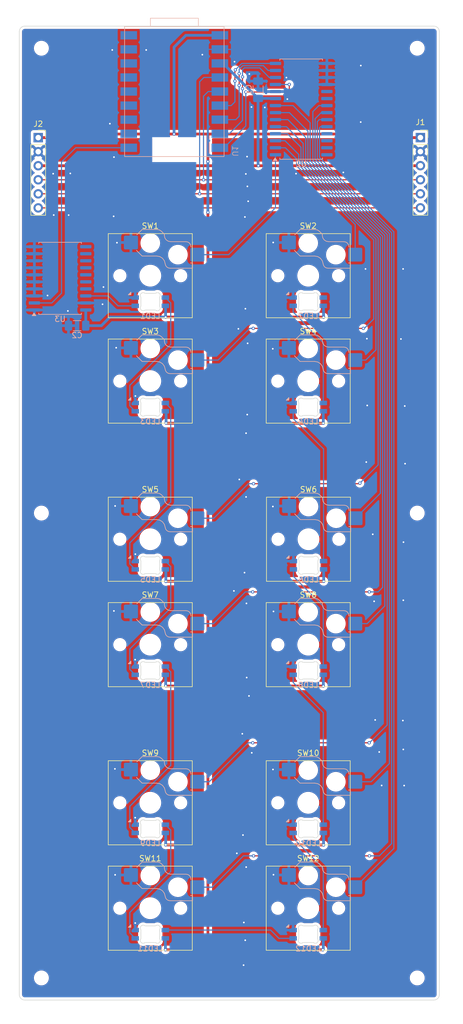
<source format=kicad_pcb>
(kicad_pcb (version 20241229) (generator "pcbnew") (generator_version "9.0")
  (layers (0 "F.Cu" signal) (2 "B.Cu" signal) (13 "F.Paste" user) (15 "B.Paste" user) (5 "F.SilkS" user "F.Silkscreen") (7 "B.SilkS" user "B.Silkscreen") (1 "F.Mask" user) (3 "B.Mask" user) (25 "Edge.Cuts" user))
  (net 0 "")
  (net 1 "Net-(J1-Pin_6)")
  (net 2 "Net-(U2-GPB0)")
  (net 5 "Net-(U2-GPB1)")
  (net 7 "Net-(U2-GPB2)")
  (net 9 "Net-(U2-GPB3)")
  (net 14 "Net-(U2-GPB4)")
  (net 15 "Net-(U2-GPB5)")
  (net 16 "Net-(U2-GPB6)")
  (net 18 "Net-(U2-GPB7)")
  (net 19 "Net-(U2-GPA0)")
  (net 20 "Net-(U2-GPA1)")
  (net 21 "Net-(U2-GPA2)")
  (net 22 "Net-(U2-GPA3)")
  (net 23 "/MISO")
  (net 24 "/~{CS}")
  (net 25 "/MOSI")
  (net 26 "/SCK")
  (net 27 "Net-(LED1-DIN)")
  (net 28 "Net-(LED1-DOUT)")
  (net 30 "Net-(LED3-DOUT)")
  (net 32 "Net-(LED5-DOUT)")
  (net 34 "Net-(LED7-DOUT)")
  (net 37 "GND")
  (net 38 "5V")
  (net 39 "3V3")
  (net 40 "/SLC")
  (net 41 "/SDA")
  (net 42 "Net-(LED10-DIN)")
  (net 43 "Net-(LED10-DOUT)")
  (net 44 "Net-(LED11-DOUT)")
  (net 45 "Net-(U1-IO6)")
  (net 54 "Net-(LED2-DIN)")
  (net 55 "Net-(LED4-DIN)")
  (net 56 "Net-(LED6-DIN)")
  (net 57 "Net-(LED11-DIN)")
  (footprint "MountingHole:MountingHole_2.2mm_M2" (layer "F.Cu") (at 105.7625 25.044)
    (property "Reference" "H1" (hide yes))
    (property "Value" "MountingHole")
  )
  (footprint "PCM_Switch_Keyboard_Hotswap_Kailh:SW_Hotswap_Kailh_Choc_V1_1.50u" (layer "F.Cu") (at 154.0375 180.444)
    (property "Reference" "SW12")
    (property "Value" "SW_Push")
  )
  (footprint "MountingHole:MountingHole_2.2mm_M2" (layer "F.Cu") (at 105.7625 109.044)
    (property "Reference" "H3" (hide yes))
    (property "Value" "MountingHole")
  )
  (footprint "PCM_Switch_Keyboard_Hotswap_Kailh:SW_Hotswap_Kailh_Choc_V1_1.50u" (layer "F.Cu") (at 154.0375 85.194)
    (property "Reference" "SW4")
    (property "Value" "SW_Push")
  )
  (footprint "Tommy:PinSocket_1x06_P2.54mm_MagPogoHor_R" (layer "F.Cu") (at 106.4625 36.044)
    (property "Reference" "J2")
    (property "Value" "Conn_01x06")
  )
  (footprint "PCM_Switch_Keyboard_Hotswap_Kailh:SW_Hotswap_Kailh_Choc_V1_1.50u" (layer "F.Cu") (at 125.4625 66.144)
    (property "Reference" "SW1")
    (property "Value" "SW_Push")
  )
  (footprint "PCM_Switch_Keyboard_Hotswap_Kailh:SW_Hotswap_Kailh_Choc_V1_1.50u" (layer "F.Cu") (at 125.4625 180.444)
    (property "Reference" "SW11")
    (property "Value" "SW_Push")
  )
  (footprint "PCM_Switch_Keyboard_Hotswap_Kailh:SW_Hotswap_Kailh_Choc_V1_1.50u" (layer "F.Cu") (at 125.4625 132.819)
    (property "Reference" "SW7")
    (property "Value" "SW_Push")
  )
  (footprint "PCM_Switch_Keyboard_Hotswap_Kailh:SW_Hotswap_Kailh_Choc_V1_1.50u" (layer "F.Cu") (at 125.4625 85.194)
    (property "Reference" "SW3")
    (property "Value" "SW_Push")
  )
  (footprint "PCM_Switch_Keyboard_Hotswap_Kailh:SW_Hotswap_Kailh_Choc_V1_1.50u" (layer "F.Cu") (at 154.0375 161.394)
    (property "Reference" "SW10")
    (property "Value" "SW_Push")
  )
  (footprint "PCM_Switch_Keyboard_Hotswap_Kailh:SW_Hotswap_Kailh_Choc_V1_1.50u" (layer "F.Cu") (at 154.0375 66.144)
    (property "Reference" "SW2")
    (property "Value" "SW_Push")
  )
  (footprint "MountingHole:MountingHole_2.2mm_M2" (layer "F.Cu") (at 173.7625 109.044)
    (property "Reference" "H4" (hide yes))
    (property "Value" "MountingHole")
  )
  (footprint "PCM_Switch_Keyboard_Hotswap_Kailh:SW_Hotswap_Kailh_Choc_V1_1.50u" (layer "F.Cu") (at 154.0375 132.819)
    (property "Reference" "SW8")
    (property "Value" "SW_Push")
  )
  (footprint "PCM_Switch_Keyboard_Hotswap_Kailh:SW_Hotswap_Kailh_Choc_V1_1.50u" (layer "F.Cu") (at 154.0875 113.769)
    (property "Reference" "SW6")
    (property "Value" "SW_Push")
  )
  (footprint "MountingHole:MountingHole_2.2mm_M2" (layer "F.Cu") (at 173.7625 193.044)
    (property "Reference" "H6" (hide yes))
    (property "Value" "MountingHole")
  )
  (footprint "MountingHole:MountingHole_2.2mm_M2" (layer "F.Cu") (at 105.7625 193.044)
    (property "Reference" "H5" (hide yes))
    (property "Value" "MountingHole")
  )
  (footprint "Tommy:PinSocket_1x06_P2.54mm_MagPogoHor" (layer "F.Cu") (at 173.0575 36.034)
    (property "Reference" "J1")
    (property "Value" "Conn_01x06")
  )
  (footprint "PCM_Switch_Keyboard_Hotswap_Kailh:SW_Hotswap_Kailh_Choc_V1_1.50u" (layer "F.Cu") (at 125.4625 161.394)
    (property "Reference" "SW9")
    (property "Value" "SW_Push")
  )
  (footprint "PCM_Switch_Keyboard_Hotswap_Kailh:SW_Hotswap_Kailh_Choc_V1_1.50u" (layer "F.Cu") (at 125.4625 113.769)
    (property "Reference" "SW5")
    (property "Value" "SW_Push")
  )
  (footprint "MountingHole:MountingHole_2.2mm_M2" (layer "F.Cu") (at 173.7625 25.044)
    (property "Reference" "H2" (hide yes))
    (property "Value" "MountingHole")
  )
  (footprint "Package_SO:SOIC-20W_7.5x12.8mm_P1.27mm" (layer "B.Cu") (at 109.1425 66.624)
    (property "Reference" "U3")
    (property "Value" "74AHC541")
  )
  (footprint "PCM_marbastlib-choc:LED_choc_6028R-ROT" (layer "B.Cu") (at 125.4625 185.144)
    (property "Reference" "LED11")
    (property "Value" "SK6812MINI-E")
    (fp_line (start -1.699999 0.702843) (end -1.699999 -0.702841) (stroke (width 0.1)) (layer "Edge.Cuts"))
    (fp_line (start -0.794452 -1.499999) (end 0.794452 -1.499999) (stroke (width 0.1)) (layer "Edge.Cuts"))
    (fp_line (start 0.794452 1.5) (end -0.794453 1.5) (stroke (width 0.1)) (layer "Edge.Cuts"))
    (fp_line (start 1.699999 -0.702841) (end 1.699999 0.702843) (stroke (width 0.1)) (layer "Edge.Cuts"))
    (fp_arc (start -1.749484 -0.919719) (mid -1.712527 -0.814067) (end -1.699999 -0.702841) (stroke (width 0.1)) (layer "Edge.Cuts"))
    (fp_arc (start -1.749484 -0.919718) (mid -1.638072 -1.504034) (end -1.046711 -1.568298) (stroke (width 0.1)) (layer "Edge.Cuts"))
    (fp_arc (start -1.699999 0.702844) (mid -1.712527 0.814069) (end -1.749484 0.919721) (stroke (width 0.1)) (layer "Edge.Cuts"))
    (fp_arc (start -1.046711 1.568299) (mid -1.638071 1.504035) (end -1.749484 0.919721) (stroke (width 0.1)) (layer "Edge.Cuts"))
    (fp_arc (start -1.046711 1.568299) (mid -0.925123 1.517377) (end -0.794453 1.5) (stroke (width 0.1)) (layer "Edge.Cuts"))
    (fp_arc (start -0.794452 -1.499999) (mid -0.925123 -1.517376) (end -1.046711 -1.568298) (stroke (width 0.1)) (layer "Edge.Cuts"))
    (fp_arc (start 0.794453 1.500001) (mid 0.925123 1.517378) (end 1.046711 1.5683) (stroke (width 0.1)) (layer "Edge.Cuts"))
    (fp_arc (start 1.04671 -1.568298) (mid 0.925122 -1.517376) (end 0.794452 -1.499999) (stroke (width 0.1)) (layer "Edge.Cuts"))
    (fp_arc (start 1.046711 -1.568296) (mid 1.63807 -1.504033) (end 1.749484 -0.919719) (stroke (width 0.1)) (layer "Edge.Cuts"))
    (fp_arc (start 1.699999 -0.702842) (mid 1.712536 -0.814064) (end 1.749484 -0.919719) (stroke (width 0.1)) (layer "Edge.Cuts"))
    (fp_arc (start 1.749484 0.919721) (mid 1.638072 1.504036) (end 1.046711 1.5683) (stroke (width 0.1)) (layer "Edge.Cuts"))
    (fp_arc (start 1.749484 0.919721) (mid 1.712526 0.814069) (end 1.699999 0.702843) (stroke (width 0.1)) (layer "Edge.Cuts"))
  )
  (footprint "PCM_marbastlib-choc:LED_choc_6028R-ROT" (layer "B.Cu") (at 125.4625 137.519)
    (property "Reference" "LED7")
    (property "Value" "SK6812MINI-E")
    (fp_line (start -1.699999 0.702843) (end -1.699999 -0.702841) (stroke (width 0.1)) (layer "Edge.Cuts"))
    (fp_line (start -0.794452 -1.499999) (end 0.794452 -1.499999) (stroke (width 0.1)) (layer "Edge.Cuts"))
    (fp_line (start 0.794452 1.5) (end -0.794453 1.5) (stroke (width 0.1)) (layer "Edge.Cuts"))
    (fp_line (start 1.699999 -0.702841) (end 1.699999 0.702843) (stroke (width 0.1)) (layer "Edge.Cuts"))
    (fp_arc (start -1.749484 -0.919719) (mid -1.712527 -0.814067) (end -1.699999 -0.702841) (stroke (width 0.1)) (layer "Edge.Cuts"))
    (fp_arc (start -1.749484 -0.919718) (mid -1.638072 -1.504034) (end -1.046711 -1.568298) (stroke (width 0.1)) (layer "Edge.Cuts"))
    (fp_arc (start -1.699999 0.702844) (mid -1.712527 0.814069) (end -1.749484 0.919721) (stroke (width 0.1)) (layer "Edge.Cuts"))
    (fp_arc (start -1.046711 1.568299) (mid -1.638071 1.504035) (end -1.749484 0.919721) (stroke (width 0.1)) (layer "Edge.Cuts"))
    (fp_arc (start -1.046711 1.568299) (mid -0.925123 1.517377) (end -0.794453 1.5) (stroke (width 0.1)) (layer "Edge.Cuts"))
    (fp_arc (start -0.794452 -1.499999) (mid -0.925123 -1.517376) (end -1.046711 -1.568298) (stroke (width 0.1)) (layer "Edge.Cuts"))
    (fp_arc (start 0.794453 1.500001) (mid 0.925123 1.517378) (end 1.046711 1.5683) (stroke (width 0.1)) (layer "Edge.Cuts"))
    (fp_arc (start 1.04671 -1.568298) (mid 0.925122 -1.517376) (end 0.794452 -1.499999) (stroke (width 0.1)) (layer "Edge.Cuts"))
    (fp_arc (start 1.046711 -1.568296) (mid 1.63807 -1.504033) (end 1.749484 -0.919719) (stroke (width 0.1)) (layer "Edge.Cuts"))
    (fp_arc (start 1.699999 -0.702842) (mid 1.712536 -0.814064) (end 1.749484 -0.919719) (stroke (width 0.1)) (layer "Edge.Cuts"))
    (fp_arc (start 1.749484 0.919721) (mid 1.638072 1.504036) (end 1.046711 1.5683) (stroke (width 0.1)) (layer "Edge.Cuts"))
    (fp_arc (start 1.749484 0.919721) (mid 1.712526 0.814069) (end 1.699999 0.702843) (stroke (width 0.1)) (layer "Edge.Cuts"))
  )
  (footprint "PCM_marbastlib-choc:LED_choc_6028R-ROT" (layer "B.Cu") (at 125.4625 118.469)
    (property "Reference" "LED5")
    (property "Value" "SK6812MINI-E")
    (fp_line (start -1.699999 0.702843) (end -1.699999 -0.702841) (stroke (width 0.1)) (layer "Edge.Cuts"))
    (fp_line (start -0.794452 -1.499999) (end 0.794452 -1.499999) (stroke (width 0.1)) (layer "Edge.Cuts"))
    (fp_line (start 0.794452 1.5) (end -0.794453 1.5) (stroke (width 0.1)) (layer "Edge.Cuts"))
    (fp_line (start 1.699999 -0.702841) (end 1.699999 0.702843) (stroke (width 0.1)) (layer "Edge.Cuts"))
    (fp_arc (start -1.749484 -0.919719) (mid -1.712527 -0.814067) (end -1.699999 -0.702841) (stroke (width 0.1)) (layer "Edge.Cuts"))
    (fp_arc (start -1.749484 -0.919718) (mid -1.638072 -1.504034) (end -1.046711 -1.568298) (stroke (width 0.1)) (layer "Edge.Cuts"))
    (fp_arc (start -1.699999 0.702844) (mid -1.712527 0.814069) (end -1.749484 0.919721) (stroke (width 0.1)) (layer "Edge.Cuts"))
    (fp_arc (start -1.046711 1.568299) (mid -1.638071 1.504035) (end -1.749484 0.919721) (stroke (width 0.1)) (layer "Edge.Cuts"))
    (fp_arc (start -1.046711 1.568299) (mid -0.925123 1.517377) (end -0.794453 1.5) (stroke (width 0.1)) (layer "Edge.Cuts"))
    (fp_arc (start -0.794452 -1.499999) (mid -0.925123 -1.517376) (end -1.046711 -1.568298) (stroke (width 0.1)) (layer "Edge.Cuts"))
    (fp_arc (start 0.794453 1.500001) (mid 0.925123 1.517378) (end 1.046711 1.5683) (stroke (width 0.1)) (layer "Edge.Cuts"))
    (fp_arc (start 1.04671 -1.568298) (mid 0.925122 -1.517376) (end 0.794452 -1.499999) (stroke (width 0.1)) (layer "Edge.Cuts"))
    (fp_arc (start 1.046711 -1.568296) (mid 1.63807 -1.504033) (end 1.749484 -0.919719) (stroke (width 0.1)) (layer "Edge.Cuts"))
    (fp_arc (start 1.699999 -0.702842) (mid 1.712536 -0.814064) (end 1.749484 -0.919719) (stroke (width 0.1)) (layer "Edge.Cuts"))
    (fp_arc (start 1.749484 0.919721) (mid 1.638072 1.504036) (end 1.046711 1.5683) (stroke (width 0.1)) (layer "Edge.Cuts"))
    (fp_arc (start 1.749484 0.919721) (mid 1.712526 0.814069) (end 1.699999 0.702843) (stroke (width 0.1)) (layer "Edge.Cuts"))
  )
  (footprint "PCM_marbastlib-choc:LED_choc_6028R-ROT" (layer "B.Cu") (at 154.0375 70.844)
    (property "Reference" "LED2")
    (property "Value" "SK6812MINI-E")
    (fp_line (start -1.699999 0.702843) (end -1.699999 -0.702841) (stroke (width 0.1)) (layer "Edge.Cuts"))
    (fp_line (start -0.794452 -1.499999) (end 0.794452 -1.499999) (stroke (width 0.1)) (layer "Edge.Cuts"))
    (fp_line (start 0.794452 1.5) (end -0.794453 1.5) (stroke (width 0.1)) (layer "Edge.Cuts"))
    (fp_line (start 1.699999 -0.702841) (end 1.699999 0.702843) (stroke (width 0.1)) (layer "Edge.Cuts"))
    (fp_arc (start -1.749484 -0.919719) (mid -1.712527 -0.814067) (end -1.699999 -0.702841) (stroke (width 0.1)) (layer "Edge.Cuts"))
    (fp_arc (start -1.749484 -0.919718) (mid -1.638072 -1.504034) (end -1.046711 -1.568298) (stroke (width 0.1)) (layer "Edge.Cuts"))
    (fp_arc (start -1.699999 0.702844) (mid -1.712527 0.814069) (end -1.749484 0.919721) (stroke (width 0.1)) (layer "Edge.Cuts"))
    (fp_arc (start -1.046711 1.568299) (mid -1.638071 1.504035) (end -1.749484 0.919721) (stroke (width 0.1)) (layer "Edge.Cuts"))
    (fp_arc (start -1.046711 1.568299) (mid -0.925123 1.517377) (end -0.794453 1.5) (stroke (width 0.1)) (layer "Edge.Cuts"))
    (fp_arc (start -0.794452 -1.499999) (mid -0.925123 -1.517376) (end -1.046711 -1.568298) (stroke (width 0.1)) (layer "Edge.Cuts"))
    (fp_arc (start 0.794453 1.500001) (mid 0.925123 1.517378) (end 1.046711 1.5683) (stroke (width 0.1)) (layer "Edge.Cuts"))
    (fp_arc (start 1.04671 -1.568298) (mid 0.925122 -1.517376) (end 0.794452 -1.499999) (stroke (width 0.1)) (layer "Edge.Cuts"))
    (fp_arc (start 1.046711 -1.568296) (mid 1.63807 -1.504033) (end 1.749484 -0.919719) (stroke (width 0.1)) (layer "Edge.Cuts"))
    (fp_arc (start 1.699999 -0.702842) (mid 1.712536 -0.814064) (end 1.749484 -0.919719) (stroke (width 0.1)) (layer "Edge.Cuts"))
    (fp_arc (start 1.749484 0.919721) (mid 1.638072 1.504036) (end 1.046711 1.5683) (stroke (width 0.1)) (layer "Edge.Cuts"))
    (fp_arc (start 1.749484 0.919721) (mid 1.712526 0.814069) (end 1.699999 0.702843) (stroke (width 0.1)) (layer "Edge.Cuts"))
  )
  (footprint "PCM_marbastlib-choc:LED_choc_6028R-ROT" (layer "B.Cu") (at 154.0375 137.519)
    (property "Reference" "LED8")
    (property "Value" "SK6812MINI-E")
    (fp_line (start -1.699999 0.702843) (end -1.699999 -0.702841) (stroke (width 0.1)) (layer "Edge.Cuts"))
    (fp_line (start -0.794452 -1.499999) (end 0.794452 -1.499999) (stroke (width 0.1)) (layer "Edge.Cuts"))
    (fp_line (start 0.794452 1.5) (end -0.794453 1.5) (stroke (width 0.1)) (layer "Edge.Cuts"))
    (fp_line (start 1.699999 -0.702841) (end 1.699999 0.702843) (stroke (width 0.1)) (layer "Edge.Cuts"))
    (fp_arc (start -1.749484 -0.919719) (mid -1.712527 -0.814067) (end -1.699999 -0.702841) (stroke (width 0.1)) (layer "Edge.Cuts"))
    (fp_arc (start -1.749484 -0.919718) (mid -1.638072 -1.504034) (end -1.046711 -1.568298) (stroke (width 0.1)) (layer "Edge.Cuts"))
    (fp_arc (start -1.699999 0.702844) (mid -1.712527 0.814069) (end -1.749484 0.919721) (stroke (width 0.1)) (layer "Edge.Cuts"))
    (fp_arc (start -1.046711 1.568299) (mid -1.638071 1.504035) (end -1.749484 0.919721) (stroke (width 0.1)) (layer "Edge.Cuts"))
    (fp_arc (start -1.046711 1.568299) (mid -0.925123 1.517377) (end -0.794453 1.5) (stroke (width 0.1)) (layer "Edge.Cuts"))
    (fp_arc (start -0.794452 -1.499999) (mid -0.925123 -1.517376) (end -1.046711 -1.568298) (stroke (width 0.1)) (layer "Edge.Cuts"))
    (fp_arc (start 0.794453 1.500001) (mid 0.925123 1.517378) (end 1.046711 1.5683) (stroke (width 0.1)) (layer "Edge.Cuts"))
    (fp_arc (start 1.04671 -1.568298) (mid 0.925122 -1.517376) (end 0.794452 -1.499999) (stroke (width 0.1)) (layer "Edge.Cuts"))
    (fp_arc (start 1.046711 -1.568296) (mid 1.63807 -1.504033) (end 1.749484 -0.919719) (stroke (width 0.1)) (layer "Edge.Cuts"))
    (fp_arc (start 1.699999 -0.702842) (mid 1.712536 -0.814064) (end 1.749484 -0.919719) (stroke (width 0.1)) (layer "Edge.Cuts"))
    (fp_arc (start 1.749484 0.919721) (mid 1.638072 1.504036) (end 1.046711 1.5683) (stroke (width 0.1)) (layer "Edge.Cuts"))
    (fp_arc (start 1.749484 0.919721) (mid 1.712526 0.814069) (end 1.699999 0.702843) (stroke (width 0.1)) (layer "Edge.Cuts"))
  )
  (footprint "Capacitor_SMD:C_1206_3216Metric_Pad1.33x1.80mm_HandSolder" (layer "B.Cu") (at 144.9625 32.544 90)
    (property "Reference" "C1")
    (property "Value" "0.1uF")
  )
  (footprint "Package_SO:SOIC-28W_7.5x17.9mm_P1.27mm" (layer "B.Cu") (at 152.7625 36.044)
    (property "Reference" "U2")
    (property "Value" "MCP23S17_SO")
  )
  (footprint "PCM_marbastlib-choc:LED_choc_6028R-ROT" (layer "B.Cu") (at 154.0375 89.894)
    (property "Reference" "LED4")
    (property "Value" "SK6812MINI-E")
    (fp_line (start -1.699999 0.702843) (end -1.699999 -0.702841) (stroke (width 0.1)) (layer "Edge.Cuts"))
    (fp_line (start -0.794452 -1.499999) (end 0.794452 -1.499999) (stroke (width 0.1)) (layer "Edge.Cuts"))
    (fp_line (start 0.794452 1.5) (end -0.794453 1.5) (stroke (width 0.1)) (layer "Edge.Cuts"))
    (fp_line (start 1.699999 -0.702841) (end 1.699999 0.702843) (stroke (width 0.1)) (layer "Edge.Cuts"))
    (fp_arc (start -1.749484 -0.919719) (mid -1.712527 -0.814067) (end -1.699999 -0.702841) (stroke (width 0.1)) (layer "Edge.Cuts"))
    (fp_arc (start -1.749484 -0.919718) (mid -1.638072 -1.504034) (end -1.046711 -1.568298) (stroke (width 0.1)) (layer "Edge.Cuts"))
    (fp_arc (start -1.699999 0.702844) (mid -1.712527 0.814069) (end -1.749484 0.919721) (stroke (width 0.1)) (layer "Edge.Cuts"))
    (fp_arc (start -1.046711 1.568299) (mid -1.638071 1.504035) (end -1.749484 0.919721) (stroke (width 0.1)) (layer "Edge.Cuts"))
    (fp_arc (start -1.046711 1.568299) (mid -0.925123 1.517377) (end -0.794453 1.5) (stroke (width 0.1)) (layer "Edge.Cuts"))
    (fp_arc (start -0.794452 -1.499999) (mid -0.925123 -1.517376) (end -1.046711 -1.568298) (stroke (width 0.1)) (layer "Edge.Cuts"))
    (fp_arc (start 0.794453 1.500001) (mid 0.925123 1.517378) (end 1.046711 1.5683) (stroke (width 0.1)) (layer "Edge.Cuts"))
    (fp_arc (start 1.04671 -1.568298) (mid 0.925122 -1.517376) (end 0.794452 -1.499999) (stroke (width 0.1)) (layer "Edge.Cuts"))
    (fp_arc (start 1.046711 -1.568296) (mid 1.63807 -1.504033) (end 1.749484 -0.919719) (stroke (width 0.1)) (layer "Edge.Cuts"))
    (fp_arc (start 1.699999 -0.702842) (mid 1.712536 -0.814064) (end 1.749484 -0.919719) (stroke (width 0.1)) (layer "Edge.Cuts"))
    (fp_arc (start 1.749484 0.919721) (mid 1.638072 1.504036) (end 1.046711 1.5683) (stroke (width 0.1)) (layer "Edge.Cuts"))
    (fp_arc (start 1.749484 0.919721) (mid 1.712526 0.814069) (end 1.699999 0.702843) (stroke (width 0.1)) (layer "Edge.Cuts"))
  )
  (footprint "PCM_marbastlib-choc:LED_choc_6028R-ROT" (layer "B.Cu") (at 125.4625 70.844)
    (property "Reference" "LED1")
    (property "Value" "SK6812MINI-E")
    (fp_line (start -1.699999 0.702843) (end -1.699999 -0.702841) (stroke (width 0.1)) (layer "Edge.Cuts"))
    (fp_line (start -0.794452 -1.499999) (end 0.794452 -1.499999) (stroke (width 0.1)) (layer "Edge.Cuts"))
    (fp_line (start 0.794452 1.5) (end -0.794453 1.5) (stroke (width 0.1)) (layer "Edge.Cuts"))
    (fp_line (start 1.699999 -0.702841) (end 1.699999 0.702843) (stroke (width 0.1)) (layer "Edge.Cuts"))
    (fp_arc (start -1.749484 -0.919719) (mid -1.712527 -0.814067) (end -1.699999 -0.702841) (stroke (width 0.1)) (layer "Edge.Cuts"))
    (fp_arc (start -1.749484 -0.919718) (mid -1.638072 -1.504034) (end -1.046711 -1.568298) (stroke (width 0.1)) (layer "Edge.Cuts"))
    (fp_arc (start -1.699999 0.702844) (mid -1.712527 0.814069) (end -1.749484 0.919721) (stroke (width 0.1)) (layer "Edge.Cuts"))
    (fp_arc (start -1.046711 1.568299) (mid -1.638071 1.504035) (end -1.749484 0.919721) (stroke (width 0.1)) (layer "Edge.Cuts"))
    (fp_arc (start -1.046711 1.568299) (mid -0.925123 1.517377) (end -0.794453 1.5) (stroke (width 0.1)) (layer "Edge.Cuts"))
    (fp_arc (start -0.794452 -1.499999) (mid -0.925123 -1.517376) (end -1.046711 -1.568298) (stroke (width 0.1)) (layer "Edge.Cuts"))
    (fp_arc (start 0.794453 1.500001) (mid 0.925123 1.517378) (end 1.046711 1.5683) (stroke (width 0.1)) (layer "Edge.Cuts"))
    (fp_arc (start 1.04671 -1.568298) (mid 0.925122 -1.517376) (end 0.794452 -1.499999) (stroke (width 0.1)) (layer "Edge.Cuts"))
    (fp_arc (start 1.046711 -1.568296) (mid 1.63807 -1.504033) (end 1.749484 -0.919719) (stroke (width 0.1)) (layer "Edge.Cuts"))
    (fp_arc (start 1.699999 -0.702842) (mid 1.712536 -0.814064) (end 1.749484 -0.919719) (stroke (width 0.1)) (layer "Edge.Cuts"))
    (fp_arc (start 1.749484 0.919721) (mid 1.638072 1.504036) (end 1.046711 1.5683) (stroke (width 0.1)) (layer "Edge.Cuts"))
    (fp_arc (start 1.749484 0.919721) (mid 1.712526 0.814069) (end 1.699999 0.702843) (stroke (width 0.1)) (layer "Edge.Cuts"))
  )
  (footprint "PCM_marbastlib-choc:LED_choc_6028R-ROT" (layer "B.Cu") (at 154.0375 185.144)
    (property "Reference" "LED12")
    (property "Value" "SK6812MINI-E")
    (fp_line (start -1.699999 0.702843) (end -1.699999 -0.702841) (stroke (width 0.1)) (layer "Edge.Cuts"))
    (fp_line (start -0.794452 -1.499999) (end 0.794452 -1.499999) (stroke (width 0.1)) (layer "Edge.Cuts"))
    (fp_line (start 0.794452 1.5) (end -0.794453 1.5) (stroke (width 0.1)) (layer "Edge.Cuts"))
    (fp_line (start 1.699999 -0.702841) (end 1.699999 0.702843) (stroke (width 0.1)) (layer "Edge.Cuts"))
    (fp_arc (start -1.749484 -0.919719) (mid -1.712527 -0.814067) (end -1.699999 -0.702841) (stroke (width 0.1)) (layer "Edge.Cuts"))
    (fp_arc (start -1.749484 -0.919718) (mid -1.638072 -1.504034) (end -1.046711 -1.568298) (stroke (width 0.1)) (layer "Edge.Cuts"))
    (fp_arc (start -1.699999 0.702844) (mid -1.712527 0.814069) (end -1.749484 0.919721) (stroke (width 0.1)) (layer "Edge.Cuts"))
    (fp_arc (start -1.046711 1.568299) (mid -1.638071 1.504035) (end -1.749484 0.919721) (stroke (width 0.1)) (layer "Edge.Cuts"))
    (fp_arc (start -1.046711 1.568299) (mid -0.925123 1.517377) (end -0.794453 1.5) (stroke (width 0.1)) (layer "Edge.Cuts"))
    (fp_arc (start -0.794452 -1.499999) (mid -0.925123 -1.517376) (end -1.046711 -1.568298) (stroke (width 0.1)) (layer "Edge.Cuts"))
    (fp_arc (start 0.794453 1.500001) (mid 0.925123 1.517378) (end 1.046711 1.5683) (stroke (width 0.1)) (layer "Edge.Cuts"))
    (fp_arc (start 1.04671 -1.568298) (mid 0.925122 -1.517376) (end 0.794452 -1.499999) (stroke (width 0.1)) (layer "Edge.Cuts"))
    (fp_arc (start 1.046711 -1.568296) (mid 1.63807 -1.504033) (end 1.749484 -0.919719) (stroke (width 0.1)) (layer "Edge.Cuts"))
    (fp_arc (start 1.699999 -0.702842) (mid 1.712536 -0.814064) (end 1.749484 -0.919719) (stroke (width 0.1)) (layer "Edge.Cuts"))
    (fp_arc (start 1.749484 0.919721) (mid 1.638072 1.504036) (end 1.046711 1.5683) (stroke (width 0.1)) (layer "Edge.Cuts"))
    (fp_arc (start 1.749484 0.919721) (mid 1.712526 0.814069) (end 1.699999 0.702843) (stroke (width 0.1)) (layer "Edge.Cuts"))
  )
  (footprint "PCM_marbastlib-choc:LED_choc_6028R-ROT" (layer "B.Cu") (at 154.0875 118.469)
    (property "Reference" "LED6")
    (property "Value" "SK6812MINI-E")
    (fp_line (start -1.699999 0.702843) (end -1.699999 -0.702841) (stroke (width 0.1)) (layer "Edge.Cuts"))
    (fp_line (start -0.794452 -1.499999) (end 0.794452 -1.499999) (stroke (width 0.1)) (layer "Edge.Cuts"))
    (fp_line (start 0.794452 1.5) (end -0.794453 1.5) (stroke (width 0.1)) (layer "Edge.Cuts"))
    (fp_line (start 1.699999 -0.702841) (end 1.699999 0.702843) (stroke (width 0.1)) (layer "Edge.Cuts"))
    (fp_arc (start -1.749484 -0.919719) (mid -1.712527 -0.814067) (end -1.699999 -0.702841) (stroke (width 0.1)) (layer "Edge.Cuts"))
    (fp_arc (start -1.749484 -0.919718) (mid -1.638072 -1.504034) (end -1.046711 -1.568298) (stroke (width 0.1)) (layer "Edge.Cuts"))
    (fp_arc (start -1.699999 0.702844) (mid -1.712527 0.814069) (end -1.749484 0.919721) (stroke (width 0.1)) (layer "Edge.Cuts"))
    (fp_arc (start -1.046711 1.568299) (mid -1.638071 1.504035) (end -1.749484 0.919721) (stroke (width 0.1)) (layer "Edge.Cuts"))
    (fp_arc (start -1.046711 1.568299) (mid -0.925123 1.517377) (end -0.794453 1.5) (stroke (width 0.1)) (layer "Edge.Cuts"))
    (fp_arc (start -0.794452 -1.499999) (mid -0.925123 -1.517376) (end -1.046711 -1.568298) (stroke (width 0.1)) (layer "Edge.Cuts"))
    (fp_arc (start 0.794453 1.500001) (mid 0.925123 1.517378) (end 1.046711 1.5683) (stroke (width 0.1)) (layer "Edge.Cuts"))
    (fp_arc (start 1.04671 -1.568298) (mid 0.925122 -1.517376) (end 0.794452 -1.499999) (stroke (width 0.1)) (layer "Edge.Cuts"))
    (fp_arc (start 1.046711 -1.568296) (mid 1.63807 -1.504033) (end 1.749484 -0.919719) (stroke (width 0.1)) (layer "Edge.Cuts"))
    (fp_arc (start 1.699999 -0.702842) (mid 1.712536 -0.814064) (end 1.749484 -0.919719) (stroke (width 0.1)) (layer "Edge.Cuts"))
    (fp_arc (start 1.749484 0.919721) (mid 1.638072 1.504036) (end 1.046711 1.5683) (stroke (width 0.1)) (layer "Edge.Cuts"))
    (fp_arc (start 1.749484 0.919721) (mid 1.712526 0.814069) (end 1.699999 0.702843) (stroke (width 0.1)) (layer "Edge.Cuts"))
  )
  (footprint "JonathanAdams-Waveshare-ESP32:Waveshare-ESP32-C3-Zero" (layer "B.Cu") (at 130.3125 32.614 180)
    (property "Reference" "U1")
    (property "Value" "ESP32-C3")
  )
  (footprint "PCM_marbastlib-choc:LED_choc_6028R-ROT" (layer "B.Cu") (at 125.4625 89.894)
    (property "Reference" "LED3")
    (property "Value" "SK6812MINI-E")
    (fp_line (start -1.699999 0.702843) (end -1.699999 -0.702841) (stroke (width 0.1)) (layer "Edge.Cuts"))
    (fp_line (start -0.794452 -1.499999) (end 0.794452 -1.499999) (stroke (width 0.1)) (layer "Edge.Cuts"))
    (fp_line (start 0.794452 1.5) (end -0.794453 1.5) (stroke (width 0.1)) (layer "Edge.Cuts"))
    (fp_line (start 1.699999 -0.702841) (end 1.699999 0.702843) (stroke (width 0.1)) (layer "Edge.Cuts"))
    (fp_arc (start -1.749484 -0.919719) (mid -1.712527 -0.814067) (end -1.699999 -0.702841) (stroke (width 0.1)) (layer "Edge.Cuts"))
    (fp_arc (start -1.749484 -0.919718) (mid -1.638072 -1.504034) (end -1.046711 -1.568298) (stroke (width 0.1)) (layer "Edge.Cuts"))
    (fp_arc (start -1.699999 0.702844) (mid -1.712527 0.814069) (end -1.749484 0.919721) (stroke (width 0.1)) (layer "Edge.Cuts"))
    (fp_arc (start -1.046711 1.568299) (mid -1.638071 1.504035) (end -1.749484 0.919721) (stroke (width 0.1)) (layer "Edge.Cuts"))
    (fp_arc (start -1.046711 1.568299) (mid -0.925123 1.517377) (end -0.794453 1.5) (stroke (width 0.1)) (layer "Edge.Cuts"))
    (fp_arc (start -0.794452 -1.499999) (mid -0.925123 -1.517376) (end -1.046711 -1.568298) (stroke (width 0.1)) (layer "Edge.Cuts"))
    (fp_arc (start 0.794453 1.500001) (mid 0.925123 1.517378) (end 1.046711 1.5683) (stroke (width 0.1)) (layer "Edge.Cuts"))
    (fp_arc (start 1.04671 -1.568298) (mid 0.925122 -1.517376) (end 0.794452 -1.499999) (stroke (width 0.1)) (layer "Edge.Cuts"))
    (fp_arc (start 1.046711 -1.568296) (mid 1.63807 -1.504033) (end 1.749484 -0.919719) (stroke (width 0.1)) (layer "Edge.Cuts"))
    (fp_arc (start 1.699999 -0.702842) (mid 1.712536 -0.814064) (end 1.749484 -0.919719) (stroke (width 0.1)) (layer "Edge.Cuts"))
    (fp_arc (start 1.749484 0.919721) (mid 1.638072 1.504036) (end 1.046711 1.5683) (stroke (width 0.1)) (layer "Edge.Cuts"))
    (fp_arc (start 1.749484 0.919721) (mid 1.712526 0.814069) (end 1.699999 0.702843) (stroke (width 0.1)) (layer "Edge.Cuts"))
  )
  (footprint "PCM_marbastlib-choc:LED_choc_6028R-ROT" (layer "B.Cu") (at 125.4625 166.094)
    (property "Reference" "LED9")
    (property "Value" "SK6812MINI-E")
    (fp_line (start -1.699999 0.702843) (end -1.699999 -0.702841) (stroke (width 0.1)) (layer "Edge.Cuts"))
    (fp_line (start -0.794452 -1.499999) (end 0.794452 -1.499999) (stroke (width 0.1)) (layer "Edge.Cuts"))
    (fp_line (start 0.794452 1.5) (end -0.794453 1.5) (stroke (width 0.1)) (layer "Edge.Cuts"))
    (fp_line (start 1.699999 -0.702841) (end 1.699999 0.702843) (stroke (width 0.1)) (layer "Edge.Cuts"))
    (fp_arc (start -1.749484 -0.919719) (mid -1.712527 -0.814067) (end -1.699999 -0.702841) (stroke (width 0.1)) (layer "Edge.Cuts"))
    (fp_arc (start -1.749484 -0.919718) (mid -1.638072 -1.504034) (end -1.046711 -1.568298) (stroke (width 0.1)) (layer "Edge.Cuts"))
    (fp_arc (start -1.699999 0.702844) (mid -1.712527 0.814069) (end -1.749484 0.919721) (stroke (width 0.1)) (layer "Edge.Cuts"))
    (fp_arc (start -1.046711 1.568299) (mid -1.638071 1.504035) (end -1.749484 0.919721) (stroke (width 0.1)) (layer "Edge.Cuts"))
    (fp_arc (start -1.046711 1.568299) (mid -0.925123 1.517377) (end -0.794453 1.5) (stroke (width 0.1)) (layer "Edge.Cuts"))
    (fp_arc (start -0.794452 -1.499999) (mid -0.925123 -1.517376) (end -1.046711 -1.568298) (stroke (width 0.1)) (layer "Edge.Cuts"))
    (fp_arc (start 0.794453 1.500001) (mid 0.925123 1.517378) (end 1.046711 1.5683) (stroke (width 0.1)) (layer "Edge.Cuts"))
    (fp_arc (start 1.04671 -1.568298) (mid 0.925122 -1.517376) (end 0.794452 -1.499999) (stroke (width 0.1)) (layer "Edge.Cuts"))
    (fp_arc (start 1.046711 -1.568296) (mid 1.63807 -1.504033) (end 1.749484 -0.919719) (stroke (width 0.1)) (layer "Edge.Cuts"))
    (fp_arc (start 1.699999 -0.702842) (mid 1.712536 -0.814064) (end 1.749484 -0.919719) (stroke (width 0.1)) (layer "Edge.Cuts"))
    (fp_arc (start 1.749484 0.919721) (mid 1.638072 1.504036) (end 1.046711 1.5683) (stroke (width 0.1)) (layer "Edge.Cuts"))
    (fp_arc (start 1.749484 0.919721) (mid 1.712526 0.814069) (end 1.699999 0.702843) (stroke (width 0.1)) (layer "Edge.Cuts"))
  )
  (footprint "PCM_marbastlib-choc:LED_choc_6028R-ROT" (layer "B.Cu") (at 154.0375 166.094)
    (property "Reference" "LED10")
    (property "Value" "SK6812MINI-E")
    (fp_line (start -1.699999 0.702843) (end -1.699999 -0.702841) (stroke (width 0.1)) (layer "Edge.Cuts"))
    (fp_line (start -0.794452 -1.499999) (end 0.794452 -1.499999) (stroke (width 0.1)) (layer "Edge.Cuts"))
    (fp_line (start 0.794452 1.5) (end -0.794453 1.5) (stroke (width 0.1)) (layer "Edge.Cuts"))
    (fp_line (start 1.699999 -0.702841) (end 1.699999 0.702843) (stroke (width 0.1)) (layer "Edge.Cuts"))
    (fp_arc (start -1.749484 -0.919719) (mid -1.712527 -0.814067) (end -1.699999 -0.702841) (stroke (width 0.1)) (layer "Edge.Cuts"))
    (fp_arc (start -1.749484 -0.919718) (mid -1.638072 -1.504034) (end -1.046711 -1.568298) (stroke (width 0.1)) (layer "Edge.Cuts"))
    (fp_arc (start -1.699999 0.702844) (mid -1.712527 0.814069) (end -1.749484 0.919721) (stroke (width 0.1)) (layer "Edge.Cuts"))
    (fp_arc (start -1.046711 1.568299) (mid -1.638071 1.504035) (end -1.749484 0.919721) (stroke (width 0.1)) (layer "Edge.Cuts"))
    (fp_arc (start -1.046711 1.568299) (mid -0.925123 1.517377) (end -0.794453 1.5) (stroke (width 0.1)) (layer "Edge.Cuts"))
    (fp_arc (start -0.794452 -1.499999) (mid -0.925123 -1.517376) (end -1.046711 -1.568298) (stroke (width 0.1)) (layer "Edge.Cuts"))
    (fp_arc (start 0.794453 1.500001) (mid 0.925123 1.517378) (end 1.046711 1.5683) (stroke (width 0.1)) (layer "Edge.Cuts"))
    (fp_arc (start 1.04671 -1.568298) (mid 0.925122 -1.517376) (end 0.794452 -1.499999) (stroke (width 0.1)) (layer "Edge.Cuts"))
    (fp_arc (start 1.046711 -1.568296) (mid 1.63807 -1.504033) (end 1.749484 -0.919719) (stroke (width 0.1)) (layer "Edge.Cuts"))
    (fp_arc (start 1.699999 -0.702842) (mid 1.712536 -0.814064) (end 1.749484 -0.919719) (stroke (width 0.1)) (layer "Edge.Cuts"))
    (fp_arc (start 1.749484 0.919721) (mid 1.638072 1.504036) (end 1.046711 1.5683) (stroke (width 0.1)) (layer "Edge.Cuts"))
    (fp_arc (start 1.749484 0.919721) (mid 1.712526 0.814069) (end 1.699999 0.702843) (stroke (width 0.1)) (layer "Edge.Cuts"))
  )
  (footprint "Capacitor_SMD:C_1206_3216Metric_Pad1.33x1.80mm_HandSolder" (layer "B.Cu") (at 112.225 75.174 180)
    (property "Reference" "C2")
    (property "Value" "0.1uF")
  )
  (gr_arc (start 101.7625 22.044) (mid 102.055393 21.336893) (end 102.7625 21.044) (stroke (width 0.1)) (layer "Edge.Cuts"))
  (gr_arc (start 102.7625 197.044) (mid 102.055393 196.751107) (end 101.7625 196.044) (stroke (width 0.1)) (layer "Edge.Cuts"))
  (gr_line (start 101.7625 196.044) (end 101.7625 22.044) (stroke (width 0.1)) (layer "Edge.Cuts"))
  (gr_line (start 102.7625 21.044) (end 176.7625 21.044) (stroke (width 0.1)) (layer "Edge.Cuts"))
  (gr_line (start 177.7625 22.044) (end 177.7625 196.044) (stroke (width 0.1)) (layer "Edge.Cuts"))
  (gr_arc (start 176.7625 21.044) (mid 177.469607 21.336893) (end 177.7625 22.044) (stroke (width 0.1)) (layer "Edge.Cuts"))
  (gr_arc (start 177.7625 196.044) (mid 177.469607 196.751107) (end 176.7625 197.044) (stroke (width 0.1)) (layer "Edge.Cuts"))
  (gr_line (start 176.7625 197.044) (end 102.7625 197.044) (stroke (width 0.1)) (layer "Edge.Cuts"))
  (segment (start 174.0225 54.194) (end 174.3325 53.884) (width 0.2) (layer "F.Cu") (net 1))
  (segment (start 105.1875 53.894) (end 174.3225 53.894) (width 0.2) (layer "F.Cu") (net 1))
  (segment (start 174.3225 53.894) (end 174.3325 53.884) (width 0.2) (layer "F.Cu") (net 1))
  (segment (start 148.1125 53.864) (end 148.1125 44.299) (width 0.2) (layer "B.Cu") (net 2))
  (segment (start 139.6325 62.344) (end 148.1125 53.864) (width 0.2) (layer "B.Cu") (net 2))
  (segment (start 133.9625 62.344) (end 139.6325 62.344) (width 0.2) (layer "B.Cu") (net 2))
  (segment (start 151.9185 45.034) (end 149.9135 43.029) (width 0.2) (layer "B.Cu") (net 5))
  (segment (start 162.5375 62.344) (end 162.5375 56.9) (width 0.2) (layer "B.Cu") (net 5))
  (segment (start 162.5375 56.9) (end 151.9185 46.281) (width 0.2) (layer "B.Cu") (net 5))
  (segment (start 149.9135 43.029) (end 148.1125 43.029) (width 0.2) (layer "B.Cu") (net 5))
  (segment (start 151.9185 46.281) (end 151.9185 45.034) (width 0.2) (layer "B.Cu") (net 5))
  (segment (start 164.0125 75.664) (end 144.0925 75.664) (width 0.2) (layer "F.Cu") (net 7))
  (via (at 144.0925 75.664) (size 0.6) (drill 0.3) (layers "F.Cu" "B.Cu") (net 7))
  (via (at 164.0125 75.664) (size 0.6) (drill 0.3) (layers "F.Cu" "B.Cu") (net 7))
  (segment (start 164.0125 75.664) (end 164.1925 75.664) (width 0.2) (layer "B.Cu") (net 7))
  (segment (start 152.3195 46.1149) (end 152.3195 44.238101) (width 0.2) (layer "B.Cu") (net 7))
  (segment (start 165.8875 59.6829) (end 152.3195 46.1149) (width 0.2) (layer "B.Cu") (net 7))
  (segment (start 143.4625 75.664) (end 144.0925 75.664) (width 0.2) (layer "B.Cu") (net 7))
  (segment (start 165.8875 73.969) (end 165.8875 59.6829) (width 0.2) (layer "B.Cu") (net 7))
  (segment (start 133.9625 81.394) (end 137.7325 81.394) (width 0.2) (layer "B.Cu") (net 7))
  (segment (start 152.3195 44.238101) (end 149.840399 41.759) (width 0.2) (layer "B.Cu") (net 7))
  (segment (start 137.7325 81.394) (end 143.4625 75.664) (width 0.2) (layer "B.Cu") (net 7))
  (segment (start 149.840399 41.759) (end 148.1125 41.759) (width 0.2) (layer "B.Cu") (net 7))
  (segment (start 164.1925 75.664) (end 165.8875 73.969) (width 0.2) (layer "B.Cu") (net 7))
  (segment (start 150.2804 40.489) (end 148.1125 40.489) (width 0.2) (layer "B.Cu") (net 9))
  (segment (start 152.7205 42.9291) (end 150.2804 40.489) (width 0.2) (layer "B.Cu") (net 9))
  (segment (start 166.2885 79.557) (end 166.2885 59.5168) (width 0.2) (layer "B.Cu") (net 9))
  (segment (start 166.2885 59.5168) (end 152.7205 45.9488) (width 0.2) (layer "B.Cu") (net 9))
  (segment (start 162.5375 81.394) (end 164.4515 81.394) (width 0.2) (layer "B.Cu") (net 9))
  (segment (start 164.4515 81.394) (end 166.2885 79.557) (width 0.2) (layer "B.Cu") (net 9))
  (segment (start 152.7205 45.9488) (end 152.7205 42.9291) (width 0.2) (layer "B.Cu") (net 9))
  (segment (start 163.2925 103.734) (end 163.3875 103.639) (width 0.2) (layer "F.Cu") (net 14))
  (segment (start 144.1425 103.734) (end 163.2925 103.734) (width 0.2) (layer "F.Cu") (net 14))
  (via (at 144.1425 103.734) (size 0.6) (drill 0.3) (layers "F.Cu" "B.Cu") (net 14))
  (via (at 163.3875 103.639) (size 0.6) (drill 0.3) (layers "F.Cu" "B.Cu") (net 14))
  (segment (start 136.9675 109.969) (end 143.2025 103.734) (width 0.2) (layer "B.Cu") (net 14))
  (segment (start 143.2025 103.734) (end 144.1425 103.734) (width 0.2) (layer "B.Cu") (net 14))
  (segment (start 133.9625 109.969) (end 136.9675 109.969) (width 0.2) (layer "B.Cu") (net 14))
  (segment (start 150.1104 39.219) (end 148.1125 39.219) (width 0.2) (layer "B.Cu") (net 14))
  (segment (start 163.2925 103.734) (end 163.3875 103.639) (width 0.2) (layer "B.Cu") (net 14))
  (segment (start 163.3875 103.639) (end 166.6895 100.337) (width 0.2) (layer "B.Cu") (net 14))
  (segment (start 166.6895 100.337) (end 166.6895 59.3507) (width 0.2) (layer "B.Cu") (net 14))
  (segment (start 153.1215 45.7827) (end 153.1215 42.2301) (width 0.2) (layer "B.Cu") (net 14))
  (segment (start 153.1215 42.2301) (end 150.1104 39.219) (width 0.2) (layer "B.Cu") (net 14))
  (segment (start 166.6895 59.3507) (end 153.1215 45.7827) (width 0.2) (layer "B.Cu") (net 14))
  (segment (start 153.5805 45.6746) (end 153.5805 41.162) (width 0.2) (layer "B.Cu") (net 15))
  (segment (start 153.5805 41.162) (end 150.3675 37.949) (width 0.2) (layer "B.Cu") (net 15))
  (segment (start 167.0905 59.1846) (end 153.5805 45.6746) (width 0.2) (layer "B.Cu") (net 15))
  (segment (start 162.5875 109.969) (end 167.0905 105.466) (width 0.2) (layer "B.Cu") (net 15))
  (segment (start 167.0905 105.466) (end 167.0905 59.1846) (width 0.2) (layer "B.Cu") (net 15))
  (segment (start 150.3675 37.949) (end 148.1125 37.949) (width 0.2) (layer "B.Cu") (net 15))
  (segment (start 143.9925 123.284) (end 165.0925 123.284) (width 0.2) (layer "F.Cu") (net 16))
  (via (at 143.9925 123.284) (size 0.6) (drill 0.3) (layers "F.Cu" "B.Cu") (net 16))
  (via (at 165.0925 123.284) (size 0.6) (drill 0.3) (layers "F.Cu" "B.Cu") (net 16))
  (segment (start 167.4915 122.485) (end 167.4915 59.0185) (width 0.2) (layer "B.Cu") (net 16))
  (segment (start 153.9815 45.5085) (end 153.9815 40.023) (width 0.2) (layer "B.Cu") (net 16))
  (segment (start 133.9625 129.019) (end 136.9275 129.019) (width 0.2) (layer "B.Cu") (net 16))
  (segment (start 167.4915 59.0185) (end 153.9815 45.5085) (width 0.2) (layer "B.Cu") (net 16))
  (segment (start 165.0925 123.284) (end 166.6925 123.284) (width 0.2) (layer "B.Cu") (net 16))
  (segment (start 153.9815 40.023) (end 150.6375 36.679) (width 0.2) (layer "B.Cu") (net 16))
  (segment (start 136.9275 129.019) (end 142.6625 123.284) (width 0.2) (layer "B.Cu") (net 16))
  (segment (start 150.6375 36.679) (end 148.1125 36.679) (width 0.2) (layer "B.Cu") (net 16))
  (segment (start 166.6925 123.284) (end 167.4915 122.485) (width 0.2) (layer "B.Cu") (net 16))
  (segment (start 142.6625 123.284) (end 143.9925 123.284) (width 0.2) (layer "B.Cu") (net 16))
  (segment (start 167.8925 58.8524) (end 154.3825 45.3424) (width 0.2) (layer "B.Cu") (net 18))
  (segment (start 154.3825 45.3424) (end 154.3825 38.504) (width 0.2) (layer "B.Cu") (net 18))
  (segment (start 167.8925 125.824) (end 167.8925 58.8524) (width 0.2) (layer "B.Cu") (net 18))
  (segment (start 162.5375 129.019) (end 164.6975 129.019) (width 0.2) (layer "B.Cu") (net 18))
  (segment (start 164.6975 129.019) (end 167.8925 125.824) (width 0.2) (layer "B.Cu") (net 18))
  (segment (start 154.3825 38.504) (end 151.2875 35.409) (width 0.2) (layer "B.Cu") (net 18))
  (segment (start 151.2875 35.409) (end 148.1125 35.409) (width 0.2) (layer "B.Cu") (net 18))
  (segment (start 144.0025 150.554) (end 165.0625 150.554) (width 0.2) (layer "F.Cu") (net 19))
  (via (at 144.0025 150.554) (size 0.6) (drill 0.3) (layers "F.Cu" "B.Cu") (net 19))
  (via (at 165.0625 150.554) (size 0.6) (drill 0.3) (layers "F.Cu" "B.Cu") (net 19))
  (segment (start 168.3225 58.7153) (end 154.8795 45.2723) (width 0.2) (layer "B.Cu") (net 19))
  (segment (start 168.3225 147.354) (end 168.3225 58.7153) (width 0.2) (layer "B.Cu") (net 19))
  (segment (start 155.9675 35.409) (end 157.4125 35.409) (width 0.2) (layer "B.Cu") (net 19))
  (segment (start 165.0625 150.554) (end 165.1225 150.554) (width 0.2) (layer "B.Cu") (net 19))
  (segment (start 133.9625 157.594) (end 136.1325 157.594) (width 0.2) (layer "B.Cu") (net 19))
  (segment (start 143.1725 150.554) (end 144.0025 150.554) (width 0.2) (layer "B.Cu") (net 19))
  (segment (start 165.1225 150.554) (end 168.3225 147.354) (width 0.2) (layer "B.Cu") (net 19))
  (segment (start 154.8795 45.2723) (end 154.8795 36.497) (width 0.2) (layer "B.Cu") (net 19))
  (segment (start 154.8795 36.497) (end 155.9675 35.409) (width 0.2) (layer "B.Cu") (net 19))
  (segment (start 136.1325 157.594) (end 143.1725 150.554) (width 0.2) (layer "B.Cu") (net 19))
  (segment (start 168.7235 58.5492) (end 155.2805 45.1062) (width 0.2) (layer "B.Cu") (net 20))
  (segment (start 156.387501 36.679) (end 157.4125 36.679) (width 0.2) (layer "B.Cu") (net 20))
  (segment (start 168.7235 154.303) (end 168.7235 58.5492) (width 0.2) (layer "B.Cu") (net 20))
  (segment (start 165.4325 157.594) (end 168.7235 154.303) (width 0.2) (layer "B.Cu") (net 20))
  (segment (start 155.2805 45.1062) (end 155.2805 37.786001) (width 0.2) (layer "B.Cu") (net 20))
  (segment (start 155.2805 37.786001) (end 156.387501 36.679) (width 0.2) (layer "B.Cu") (net 20))
  (segment (start 162.5375 157.594) (end 165.4325 157.594) (width 0.2) (layer "B.Cu") (net 20))
  (segment (start 144.1425 170.984) (end 165.1125 170.984) (width 0.2) (layer "F.Cu") (net 21))
  (via (at 144.1425 170.984) (size 0.6) (drill 0.3) (layers "F.Cu" "B.Cu") (net 21))
  (via (at 165.1125 170.984) (size 0.6) (drill 0.3) (layers "F.Cu" "B.Cu") (net 21))
  (segment (start 169.1245 58.3831) (end 155.6815 44.9401) (width 0.2) (layer "B.Cu") (net 21))
  (segment (start 155.6815 38.305) (end 156.0375 37.949) (width 0.2) (layer "B.Cu") (net 21))
  (segment (start 133.9625 176.644) (end 136.6625 176.644) (width 0.2) (layer "B.Cu") (net 21))
  (segment (start 156.0375 37.949) (end 157.4125 37.949) (width 0.2) (layer "B.Cu") (net 21))
  (segment (start 165.1125 170.984) (end 166.9125 170.984) (width 0.2) (layer "B.Cu") (net 21))
  (segment (start 169.1245 168.772) (end 169.1245 58.3831) (width 0.2) (layer "B.Cu") (net 21))
  (segment (start 136.6625 176.644) (end 142.3225 170.984) (width 0.2) (layer "B.Cu") (net 21))
  (segment (start 155.6815 44.9401) (end 155.6815 38.305) (width 0.2) (layer "B.Cu") (net 21))
  (segment (start 166.9125 170.984) (end 169.1245 168.772) (width 0.2) (layer "B.Cu") (net 21))
  (segment (start 142.3225 170.984) (end 144.1425 170.984) (width 0.2) (layer "B.Cu") (net 21))
  (segment (start 169.5255 58.217) (end 169.5255 169.656) (width 0.2) (layer "B.Cu") (net 22))
  (segment (start 157.4125 39.219) (end 156.2675 39.219) (width 0.2) (layer "B.Cu") (net 22))
  (segment (start 156.0825 44.774) (end 169.5255 58.217) (width 0.2) (layer "B.Cu") (net 22))
  (segment (start 169.5255 169.656) (end 162.5375 176.644) (width 0.2) (layer "B.Cu") (net 22))
  (segment (start 156.0825 39.404) (end 156.0825 44.774) (width 0.2) (layer "B.Cu") (net 22))
  (segment (start 156.2675 39.219) (end 156.0825 39.404) (width 0.2) (layer "B.Cu") (net 22))
  (segment (start 140.7725 29.034) (end 140.861581 28.944919) (width 0.2) (layer "F.Cu") (net 23))
  (segment (start 140.775919 30.980581) (end 140.7725 30.977162) (width 0.2) (layer "F.Cu") (net 23))
  (segment (start 140.7725 30.977162) (end 140.7725 29.034) (width 0.2) (layer "F.Cu") (net 23))
  (via (at 140.775919 30.980581) (size 0.6) (drill 0.3) (layers "F.Cu" "B.Cu") (net 23))
  (via (at 140.861581 28.944919) (size 0.6) (drill 0.3) (layers "F.Cu" "B.Cu") (net 23))
  (segment (start 142.0175 27.789) (end 148.1125 27.789) (width 0.2) (layer "B.Cu") (net 23))
  (segment (start 140.775919 34.730581) (end 140.1025 35.404) (width 0.2) (layer "B.Cu") (net 23))
  (segment (start 140.1025 35.404) (end 138.0525 35.404) (width 0.2) (layer "B.Cu") (net 23))
  (segment (start 140.861581 28.944919) (end 142.0175 27.789) (width 0.2) (layer "B.Cu") (net 23))
  (segment (start 140.775919 30.980581) (end 140.775919 34.730581) (width 0.2) (layer "B.Cu") (net 23))
  (segment (start 150.6125 32.384) (end 150.045922 32.950578) (width 0.2) (layer "F.Cu") (net 24))
  (segment (start 150.045922 32.950578) (end 142.745919 32.950578) (width 0.2) (layer "F.Cu") (net 24))
  (segment (start 150.6125 31.584) (end 150.6125 32.384) (width 0.2) (layer "F.Cu") (net 24))
  (via (at 142.745919 32.950578) (size 0.6) (drill 0.3) (layers "F.Cu" "B.Cu") (net 24))
  (via (at 150.6125 31.584) (size 0.6) (drill 0.3) (layers "F.Cu" "B.Cu") (net 24))
  (segment (start 138.0525 43.024) (end 138.8025 43.024) (width 0.2) (layer "B.Cu") (net 24))
  (segment (start 150.5325 31.584) (end 150.5175 31.599) (width 0.2) (layer "B.Cu") (net 24))
  (segment (start 150.5175 31.599) (end 148.1125 31.599) (width 0.2) (layer "B.Cu") (net 24))
  (segment (start 142.745919 39.080581) (end 142.745919 32.950578) (width 0.2) (layer "B.Cu") (net 24))
  (segment (start 138.8025 43.024) (end 142.745919 39.080581) (width 0.2) (layer "B.Cu") (net 24))
  (segment (start 150.6125 31.584) (end 150.5325 31.584) (width 0.2) (layer "B.Cu") (net 24))
  (segment (start 141.545919 31.750581) (end 141.545919 29.630581) (width 0.2) (layer "F.Cu") (net 25))
  (segment (start 141.545919 29.630581) (end 141.546581 29.629919) (width 0.2) (layer "F.Cu") (net 25))
  (via (at 141.545919 31.750581) (size 0.6) (drill 0.3) (layers "F.Cu" "B.Cu") (net 25))
  (via (at 141.546581 29.629919) (size 0.6) (drill 0.3) (layers "F.Cu" "B.Cu") (net 25))
  (segment (start 141.545919 37.330581) (end 141.545919 31.750581) (width 0.2) (layer "B.Cu") (net 25))
  (segment (start 141.546581 29.629919) (end 141.546581 28.827019) (width 0.2) (layer "B.Cu") (net 25))
  (segment (start 140.9325 37.944) (end 141.545919 37.330581) (width 0.2) (layer "B.Cu") (net 25))
  (segment (start 145.9185 28.19) (end 146.7875 29.059) (width 0.2) (layer "B.Cu") (net 25))
  (segment (start 141.546581 28.827019) (end 142.1836 28.19) (width 0.2) (layer "B.Cu") (net 25))
  (segment (start 138.0525 37.944) (end 140.9325 37.944) (width 0.2) (layer "B.Cu") (net 25))
  (segment (start 146.7875 29.059) (end 148.1125 29.059) (width 0.2) (layer "B.Cu") (net 25))
  (segment (start 142.1836 28.19) (end 145.9185 28.19) (width 0.2) (layer "B.Cu") (net 25))
  (segment (start 142.145919 32.350578) (end 142.145919 30.219919) (width 0.2) (layer "F.Cu") (net 26))
  (via (at 142.145919 32.350578) (size 0.6) (drill 0.3) (layers "F.Cu" "B.Cu") (net 26))
  (via (at 142.145919 30.219919) (size 0.6) (drill 0.3) (layers "F.Cu" "B.Cu") (net 26))
  (segment (start 138.0525 40.484) (end 139.7525 40.484) (width 0.2) (layer "B.Cu") (net 26))
  (segment (start 146.9875 30.329) (end 148.1125 30.329) (width 0.2) (layer "B.Cu") (net 26))
  (segment (start 142.145919 30.219919) (end 142.145919 29.880524) (width 0.2) (layer "B.Cu") (net 26))
  (segment (start 142.4655 28.591) (end 145.2495 28.591) (width 0.2) (layer "B.Cu") (net 26))
  (segment (start 142.145919 38.090581) (end 142.145919 32.350578) (width 0.2) (layer "B.Cu") (net 26))
  (segment (start 139.7525 40.484) (end 142.145919 38.090581) (width 0.2) (layer "B.Cu") (net 26))
  (segment (start 142.147581 29.878862) (end 142.147581 28.908919) (width 0.2) (layer "B.Cu") (net 26))
  (segment (start 142.145919 29.880524) (end 142.147581 29.878862) (width 0.2) (layer "B.Cu") (net 26))
  (segment (start 145.2495 28.591) (end 146.9875 30.329) (width 0.2) (layer "B.Cu") (net 26))
  (segment (start 142.147581 28.908919) (end 142.4655 28.591) (width 0.2) (layer "B.Cu") (net 26))
  (segment (start 113.7925 69.799) (end 117.8275 69.799) (width 0.2) (layer "B.Cu") (net 27))
  (segment (start 119.6225 71.594) (end 122.7375 71.594) (width 0.2) (layer "B.Cu") (net 27))
  (segment (start 117.8275 69.799) (end 119.6225 71.594) (width 0.2) (layer "B.Cu") (net 27))
  (segment (start 121.7615 85.959093) (end 121.7615 89.668) (width 0.2) (layer "B.Cu") (net 28))
  (segment (start 129.1635 71.07) (end 129.1635 78.557093) (width 0.2) (layer "B.Cu") (net 28))
  (segment (start 129.1635 78.557093) (end 121.7615 85.959093) (width 0.2) (layer "B.Cu") (net 28))
  (segment (start 121.7615 89.668) (end 122.7375 90.644) (width 0.2) (layer "B.Cu") (net 28))
  (segment (start 128.1875 70.094) (end 129.1635 71.07) (width 0.2) (layer "B.Cu") (net 28))
  (segment (start 128.1875 89.144) (end 129.1635 90.12) (width 0.2) (layer "B.Cu") (net 30))
  (segment (start 129.1635 107.023) (end 121.7615 114.425) (width 0.2) (layer "B.Cu") (net 30))
  (segment (start 129.1635 90.12) (end 129.1635 107.023) (width 0.2) (layer "B.Cu") (net 30))
  (segment (start 121.7615 114.425) (end 121.7615 118.243) (width 0.2) (layer "B.Cu") (net 30))
  (segment (start 121.7615 118.243) (end 122.7375 119.219) (width 0.2) (layer "B.Cu") (net 30))
  (segment (start 121.7615 133.584093) (end 121.7615 137.293) (width 0.2) (layer "B.Cu") (net 32))
  (segment (start 129.1635 118.695) (end 129.1635 126.182093) (width 0.2) (layer "B.Cu") (net 32))
  (segment (start 128.1875 117.719) (end 129.1635 118.695) (width 0.2) (layer "B.Cu") (net 32))
  (segment (start 129.1635 126.182093) (end 121.7615 133.584093) (width 0.2) (layer "B.Cu") (net 32))
  (segment (start 121.7615 137.293) (end 122.7375 138.269) (width 0.2) (layer "B.Cu") (net 32))
  (segment (start 128.1875 136.769) (end 129.1635 137.745) (width 0.2) (layer "B.Cu") (net 34))
  (segment (start 121.7615 162.025) (end 121.7615 165.868) (width 0.2) (layer "B.Cu") (net 34))
  (segment (start 129.1635 137.745) (end 129.1635 154.623) (width 0.2) (layer "B.Cu") (net 34))
  (segment (start 121.7615 165.868) (end 122.7375 166.844) (width 0.2) (layer "B.Cu") (net 34))
  (segment (start 129.1635 154.623) (end 121.7615 162.025) (width 0.2) (layer "B.Cu") (net 34))
  (via (at 142.1125 148.924) (size 0.6) (drill 0.3) (layers "F.Cu" "B.Cu") (net 37))
  (via (at 151.8325 47.704) (size 0.6) (drill 0.3) (layers "F.Cu" "B.Cu") (net 37))
  (via (at 142.8125 173.014) (size 0.6) (drill 0.3) (layers "F.Cu" "B.Cu") (net 37))
  (via (at 122.7325 164.084) (size 0.6) (drill 0.3) (layers "F.Cu" "B.Cu") (net 37))
  (via (at 164.4025 64.924) (size 0.6) (drill 0.3) (layers "F.Cu" "B.Cu") (net 37))
  (via (at 147.7025 60.144) (size 0.6) (drill 0.3) (layers "F.Cu" "B.Cu") (net 37))
  (via (at 142.7525 47.754) (size 0.6) (drill 0.3) (layers "F.Cu" "B.Cu") (net 37))
  (via (at 118.8925 44.714) (size 0.6) (drill 0.3) (layers "F.Cu" "B.Cu") (net 37))
  (via (at 160.3925 47.484) (size 0.6) (drill 0.3) (layers "F.Cu" "B.Cu") (net 37))
  (via (at 171.1625 146.534) (size 0.6) (drill 0.3) (layers "F.Cu" "B.Cu") (net 37))
  (via (at 170.8125 77.584) (size 0.6) (drill 0.3) (layers "F.Cu" "B.Cu") (net 37))
  (via (at 143.3225 142.084) (size 0.6) (drill 0.3) (layers "F.Cu" "B.Cu") (net 37))
  (via (at 142.3425 190.734) (size 0.6) (drill 0.3) (layers "F.Cu" "B.Cu") (net 37))
  (via (at 164.7125 89.594) (size 0.6) (drill 0.3) (layers "F.Cu" "B.Cu") (net 37))
  (via (at 171.2425 124.794) (size 0.6) (drill 0.3) (layers "F.Cu" "B.Cu") (net 37))
  (via (at 119.4325 60.184) (size 0.6) (drill 0.3) (layers "F.Cu" "B.Cu") (net 37))
  (via (at 107.9925 55.184) (size 0.6) (drill 0.3) (layers "F.Cu" "B.Cu") (net 37))
  (via (at 143.0725 78.364) (size 0.6) (drill 0.3) (layers "F.Cu" "B.Cu") (net 37))
  (via (at 106.8725 69.724) (size 0.6) (drill 0.3) (layers "F.Cu" "B.Cu") (net 37))
  (via (at 122.7725 87.884) (size 0.6) (drill 0.3) (layers "F.Cu" "B.Cu") (net 37))
  (via (at 116.8225 71.304) (size 0.6) (drill 0.3) (layers "F.Cu" "B.Cu") (net 37))
  (via (at 116.9925 68.194) (size 0.6) (drill 0.3) (layers "F.Cu" "B.Cu") (net 37))
  (via (at 171.5625 100.114) (size 0.6) (drill 0.3) (layers "F.Cu" "B.Cu") (net 37))
  (via (at 165.9625 124.984) (size 0.6) (drill 0.3) (layers "F.Cu" "B.Cu") (net 37))
  (via (at 171.2725 114.294) (size 0.6) (drill 0.3) (layers "F.Cu" "B.Cu") (net 37))
  (via (at 171.2425 151.754) (size 0.6) (drill 0.3) (layers "F.Cu" "B.Cu") (net 37))
  (via (at 150.2625 34.234) (size 0.6) (drill 0.3) (layers "F.Cu" "B.Cu") (net 37))
  (via (at 147.7525 174.394) (size 0.6) (drill 0.3) (layers "F.Cu" "B.Cu") (net 37))
  (via (at 171.5025 89.694) (size 0.6) (drill 0.3) (layers "F.Cu" "B.Cu") (net 37))
  (via (at 171.2025 64.924) (size 0.6) (drill 0.3) (layers "F.Cu" "B.Cu") (net 37))
  (via (at 141.4025 75.744) (size 0.6) (drill 0.3) (layers "F.Cu" "B.Cu") (net 37))
  (via (at 146.1825 35.744) (size 0.6) (drill 0.3) (layers "F.Cu" "B.Cu") (net 37))
  (via (at 110.9925 47.664) (size 0.6) (drill 0.3) (layers "F.Cu" "B.Cu") (net 37))
  (via (at 110.5525 72.514) (size 0.6) (drill 0.3) (layers "F.Cu" "B.Cu") (net 37))
  (via (at 118.8325 55.414) (size 0.6) (drill 0.3) (layers "F.Cu" "B.Cu") (net 37))
  (via (at 142.7925 106.124) (size 0.6) (drill 0.3) (layers "F.Cu" "B.Cu") (net 37))
  (via (at 119.0625 155.264) (size 0.6) (drill 0.3) (layers "F.Cu" "B.Cu") (net 37))
  (via (at 143.0325 50.004) (size 0.6) (drill 0.3) (layers "F.Cu" "B.Cu") (net 37))
  (via (at 143.1725 52.694) (size 0.6) (drill 0.3) (layers "F.Cu" "B.Cu") (net 37))
  (via (at 142.2325 167.224) (size 0.6) (drill 0.3) (layers "F.Cu" "B.Cu") (net 37))
  (via (at 147.7525 126.814) (size 0.6) (drill 0.3) (layers "F.Cu" "B.Cu") (net 37))
  (via (at 143.0025 91.244) (size 0.6) (drill 0.3) (layers "F.Cu" "B.Cu") (net 37))
  (via (at 150.0925 30.344) (size 0.6) (drill 0.3) (layers "F.Cu" "B.Cu") (net 37))
  (via (at 142.9025 138.764) (size 0.6) (drill 0.3) (layers "F.Cu" "B.Cu") (net 37))
  (via (at 142.3925 183.024) (size 0.6) (drill 0.3) (layers "F.Cu" "B.Cu") (net 37))
  (via (at 119.1025 174.414) (size 0.6) (drill 0.3) (layers "F.Cu" "B.Cu") (net 37))
  (via (at 142.7925 94.604) (size 0.6) (drill 0.3) (layers "F.Cu" "B.Cu") (net 37))
  (via (at 122.7425 183.124) (size 0.6) (drill 0.3) (layers "F.Cu" "B.Cu") (net 37))
  (via (at 141.1225 170.524) (size 0.6) (drill 0.3) (layers "F.Cu" "B.Cu") (net 37))
  (via (at 118.8825 126.724) (size 0.6) (drill 0.3) (layers "F.Cu" "B.Cu") (net 37))
  (via (at 165.7125 112.874) (size 0.6) (drill 0.3) (layers "F.Cu" "B.Cu") (net 37))
  (via (at 147.6625 155.374) (size 0.6) (drill 0.3) (layers "F.Cu" "B.Cu") (net 37))
  (via (at 140.5925 123.104) (size 0.6) (drill 0.3) (layers "F.Cu" "B.Cu") (net 37))
  (via (at 166.1525 146.424) (size 0.6) (drill 0.3) (layers "F.Cu" "B.Cu") (net 37))
  (via (at 167.3225 158.264) (size 0.6) (drill 0.3) (layers "F.Cu" "B.Cu") (net 37))
  (via (at 142.6425 186.234) (size 0.6) (drill 0.3) (layers "F.Cu" "B.Cu") (net 37))
  (via (at 147.6225 79.354) (size 0.6) (drill 0.3) (layers "F.Cu" "B.Cu") (net 37))
  (via (at 122.7225 135.524) (size 0.6) (drill 0.3) (layers "F.Cu" "B.Cu") (net 37))
  (via (at 142.6725 72.114) (size 0.6) (drill 0.3) (layers "F.Cu" "B.Cu") (net 37))
  (via (at 163.5525 28.174) (size 0.6) (drill 0.3) (layers "F.Cu" "B.Cu") (net 37))
  (via (at 171.3925 158.284) (size 0.6) (drill 0.3) (layers "F.Cu" "B.Cu") (net 37))
  (via (at 142.5125 119.804) (size 0.6) (drill 0.3) (layers "F.Cu" "B.Cu") (net 37))
  (via (at 164.6525 77.524) (size 0.6) (drill 0.3) (layers "F.Cu" "B.Cu") (net 37))
  (via (at 110.6925 55.194) (size 0.6) (drill 0.3) (layers "F.Cu" "B.Cu") (net 37))
  (via (at 142.9725 44.624) (size 0.6) (drill 0.3) (layers "F.Cu" "B.Cu") (net 37))
  (via (at 164.5425 99.824) (size 0.6) (drill 0.3) (layers "F.Cu" "B.Cu") (net 37))
  (via (at 124.7225 25.354) (size 0.6) (drill 0.3) (layers "F.Cu" "B.Cu") (net 37))
  (via (at 142.5825 55.534) (size 0.6) (drill 0.3) (layers "F.Cu" "B.Cu") (net 37))
  (via (at 143.7725 35.664) (size 0.6) (drill 0.3) (layers "F.Cu" "B.Cu") (net 37))
  (via (at 118.1525 38.674) (size 0.6) (drill 0.3) (layers "F.Cu" "B.Cu") (net 37))
  (via (at 147.6425 107.854) (size 0.6) (drill 0.3) (layers "F.Cu" "B.Cu") (net 37))
  (via (at 122.7625 116.464) (size 0.6) (drill 0.3) (layers "F.Cu" "B.Cu") (net 37))
  (via (at 142.8625 125.364) (size 0.6) (drill 0.3) (layers "F.Cu" "B.Cu") (net 37))
  (via (at 140.7025 27.474) (size 0.6) (drill 0.3) (layers "F.Cu" "B.Cu") (net 37))
  (via (at 134.8825 26.204) (size 0.6) (drill 0.3) (layers "F.Cu" "B.Cu") (net 37))
  (via (at 107.8925 47.714) (size 0.6) (drill 0.3) (layers "F.Cu" "B.Cu") (net 37))
  (via (at 119.1025 107.754) (size 0.6) (drill 0.3) (layers "F.Cu" "B.Cu") (net 37))
  (via (at 166.8825 152.214) (size 0.6) (drill 0.3) (layers "F.Cu" "B.Cu") (net 37))
  (via (at 143.8225 152.364) (size 0.6) (drill 0.3) (layers "F.Cu" "B.Cu") (net 37))
  (via (at 119.2925 79.164) (size 0.6) (drill 0.3) (layers "F.Cu" "B.Cu") (net 37))
  (via (at 163.5325 38.384) (size 0.6) (drill 0.3) (layers "F.Cu" "B.Cu") (net 37))
  (via (at 143.3825 29.694) (size 0.6) (drill 0.3) (layers "F.Cu" "B.Cu") (net 37))
  (via (at 118.5825 25.354) (size 0.6) (drill 0.3) (layers "F.Cu" "B.Cu") (net 37))
  (via (at 141.5725 102.964) (size 0.6) (drill 0.3) (layers "F.Cu" "B.Cu") (net 37))
  (segment (start 122.7325 164.084) (end 122.7325 165.339) (width 0.2) (layer "B.Cu") (net 37))
  (segment (start 135.8425 25.244) (end 134.8825 26.204) (width 0.2) (layer "B.Cu") (net 37))
  (segment (start 122.7375 184.394) (end 122.7375 183.129) (width 0.2) (layer "B.Cu") (net 37))
  (segment (start 139.9925 25.244) (end 140.7025 25.954) (width 0.2) (layer "B.Cu") (net 37))
  (segment (start 122.7225 136.754) (end 122.7375 136.769) (width 0.2) (layer "B.Cu") (net 37))
  (segment (start 122.7725 89.109) (end 122.7375 89.144) (width 0.2) (layer "B.Cu") (net 37))
  (segment (start 138.0525 25.244) (end 135.8425 25.244) (width 0.2) (layer "B.Cu") (net 37))
  (segment (start 122.7325 165.339) (end 122.7375 165.344) (width 0.2) (layer "B.Cu") (net 37))
  (segment (start 140.7025 25.954) (end 140.7025 27.474) (width 0.2) (layer "B.Cu") (net 37))
  (segment (start 122.7625 116.464) (end 122.7625 117.694) (width 0.2) (layer "B.Cu") (net 37))
  (segment (start 122.7625 117.694) (end 122.7375 117.719) (width 0.2) (layer "B.Cu") (net 37))
  (segment (start 122.7225 135.524) (end 122.7225 136.754) (width 0.2) (layer "B.Cu") (net 37))
  (segment (start 138.0525 25.244) (end 139.9925 25.244) (width 0.2) (layer "B.Cu") (net 37))
  (segment (start 122.7375 183.129) (end 122.7425 183.124) (width 0.2) (layer "B.Cu") (net 37))
  (segment (start 122.7725 87.884) (end 122.7725 89.109) (width 0.2) (layer "B.Cu") (net 37))
  (segment (start 135.8925 140.294) (end 135.8925 169.014) (width 0.5) (layer "F.Cu") (net 38))
  (segment (start 135.8925 169.014) (end 135.8925 187.134) (width 0.5) (layer "F.Cu") (net 38))
  (segment (start 171.7725 41.194) (end 174.3225 41.194) (width 0.5) (layer "F.Cu") (net 38))
  (segment (start 105.1875 41.194) (end 106.8125 41.194) (width 0.5) (layer "F.Cu") (net 38))
  (segment (start 156.8025 169.014) (end 156.8125 169.024) (width 0.5) (layer "F.Cu") (net 38))
  (segment (start 129.7625 40.544) (end 135.8925 40.544) (width 0.5) (layer "F.Cu") (net 38))
  (segment (start 135.8925 187.134) (end 135.8925 187.714) (width 0.5) (layer "F.Cu") (net 38))
  (segment (start 135.8925 40.544) (end 171.1225 40.544) (width 0.5) (layer "F.Cu") (net 38))
  (segment (start 156.7825 73.614) (end 156.8125 73.644) (width 0.5) (layer "F.Cu") (net 38))
  (segment (start 135.8925 169.014) (end 128.2725 169.014) (width 0.5) (layer "F.Cu") (net 38))
  (segment (start 135.8925 92.804) (end 156.7525 92.804) (width 0.5) (layer "F.Cu") (net 38))
  (segment (start 135.8925 187.954) (end 135.8925 187.134) (width 0.5) (layer "F.Cu") (net 38))
  (segment (start 156.8325 121.354) (end 156.8425 121.364) (width 0.5) (layer "F.Cu") (net 38))
  (segment (start 106.8125 41.194) (end 107.4625 40.544) (width 0.5) (layer "F.Cu") (net 38))
  (segment (start 156.7525 92.804) (end 156.7625 92.794) (width 0.5) (layer "F.Cu") (net 38))
  (segment (start 128.2725 169.014) (end 128.2525 168.994) (width 0.5) (layer "F.Cu") (net 38))
  (segment (start 135.8925 169.014) (end 156.8025 169.014) (width 0.5) (layer "F.Cu") (net 38))
  (segment (start 135.8925 40.544) (end 135.8925 45.514) (width 0.5) (layer "F.Cu") (net 38))
  (segment (start 128.3525 92.804) (end 128.3225 92.774) (width 0.5) (layer "F.Cu") (net 38))
  (segment (start 135.8925 73.704) (end 135.8925 92.804) (width 0.5) (layer "F.Cu") (net 38))
  (segment (start 135.8925 73.704) (end 135.8025 73.614) (width 0.5) (layer "F.Cu") (net 38))
  (segment (start 128.3125 121.354) (end 128.2825 121.384) (width 0.5) (layer "F.Cu") (net 38))
  (segment (start 135.8925 140.294) (end 156.7625 140.294) (width 0.5) (layer "F.Cu") (net 38))
  (segment (start 171.1225 40.544) (end 171.7725 41.194) (width 0.5) (layer "F.Cu") (net 38))
  (segment (start 135.8925 121.354) (end 156.8325 121.354) (width 0.5) (layer "F.Cu") (net 38))
  (segment (start 135.8925 121.354) (end 128.3125 121.354) (width 0.5) (layer "F.Cu") (net 38))
  (segment (start 135.8925 92.804) (end 128.3525 92.804) (width 0.5) (layer "F.Cu") (net 38))
  (segment (start 135.8925 54.694) (end 135.8925 73.704) (width 0.5) (layer "F.Cu") (net 38))
  (segment (start 107.4625 40.544) (end 129.7625 40.544) (width 0.5) (layer "F.Cu") (net 38))
  (segment (start 135.8925 140.294) (end 128.3025 140.294) (width 0.5) (layer "F.Cu") (net 38))
  (segment (start 135.8025 73.614) (end 156.7825 73.614) (width 0.5) (layer "F.Cu") (net 38))
  (segment (start 135.8925 45.514) (end 135.8825 45.524) (width 0.5) (layer "F.Cu") (net 38))
  (segment (start 156.6825 187.954) (end 135.8925 187.954) (width 0.5) (layer "F.Cu") (net 38))
  (segment (start 156.7625 140.294) (end 156.7725 140.304) (width 0.5) (layer "F.Cu") (net 38))
  (segment (start 174.3225 41.194) (end 174.3325 41.184) (width 0.5) (layer "F.Cu") (net 38))
  (segment (start 128.3025 140.294) (end 128.2525 140.244) (width 0.5) (layer "F.Cu") (net 38))
  (segment (start 128.2025 187.954) (end 135.8925 187.954) (width 0.5) (layer "F.Cu") (net 38))
  (segment (start 135.8025 73.614) (end 128.2325 73.614) (width 0.5) (layer "F.Cu") (net 38))
  (segment (start 135.8925 92.804) (end 135.8925 121.354) (width 0.5) (layer "F.Cu") (net 38))
  (segment (start 135.8925 121.354) (end 135.8925 140.294) (width 0.5) (layer "F.Cu") (net 38))
  (via (at 128.2525 140.244) (size 0.6) (drill 0.3) (layers "F.Cu" "B.Cu") (net 38))
  (via (at 129.7625 40.544) (size 0.6) (drill 0.3) (layers "F.Cu" "B.Cu") (net 38))
  (via (at 156.6825 187.954) (size 0.6) (drill 0.3) (layers "F.Cu" "B.Cu") (net 38))
  (via (at 128.2025 187.954) (size 0.6) (drill 0.3) (layers "F.Cu" "B.Cu") (net 38))
  (via (at 156.8425 121.364) (size 0.6) (drill 0.3) (layers "F.Cu" "B.Cu") (net 38))
  (via (at 135.8925 54.694) (size 0.6) (drill 0.3) (layers "F.Cu" "B.Cu") (net 38))
  (via (at 156.8125 73.644) (size 0.6) (drill 0.3) (layers "F.Cu" "B.Cu") (net 38))
  (via (at 128.2325 73.614) (size 0.6) (drill 0.3) (layers "F.Cu" "B.Cu") (net 38))
  (via (at 156.7725 140.304) (size 0.6) (drill 0.3) (layers "F.Cu" "B.Cu") (net 38))
  (via (at 156.8125 169.024) (size 0.6) (drill 0.3) (layers "F.Cu" "B.Cu") (net 38))
  (via (at 135.8825 45.524) (size 0.6) (drill 0.3) (layers "F.Cu" "B.Cu") (net 38))
  (via (at 128.2525 168.994) (size 0.6) (drill 0.3) (layers "F.Cu" "B.Cu") (net 38))
  (via (at 156.7625 92.794) (size 0.6) (drill 0.3) (layers "F.Cu" "B.Cu") (net 38))
  (via (at 128.2825 121.384) (size 0.6) (drill 0.3) (layers "F.Cu" "B.Cu") (net 38))
  (via (at 128.3225 92.774) (size 0.6) (drill 0.3) (layers "F.Cu" "B.Cu") (net 38))
  (segment (start 113.7875 75.174) (end 113.7875 72.344) (width 0.5) (layer "B.Cu") (net 38))
  (segment (start 128.2525 166.909) (end 128.1875 166.844) (width 0.5) (layer "B.Cu") (net 38))
  (segment (start 129.7625 40.544) (end 129.7625 24.844) (width 0.5) (layer "B.Cu") (net 38))
  (segment (start 116.6125 75.174) (end 113.7875 75.174) (width 0.5) (layer "B.Cu") (net 38))
  (segment (start 135.8825 45.524) (end 135.8825 54.684) (width 0.5) (layer "B.Cu") (net 38))
  (segment (start 128.2525 168.994) (end 128.2525 166.909) (width 0.5) (layer "B.Cu") (net 38))
  (segment (start 156.6825 187.954) (end 156.7625 187.874) (width 0.5) (layer "B.Cu") (net 38))
  (segment (start 128.2825 121.384) (end 128.2825 119.314) (width 0.5) (layer "B.Cu") (net 38))
  (segment (start 128.2025 187.954) (end 128.2025 187.124) (width 0.5) (layer "B.Cu") (net 38))
  (segment (start 156.8125 73.644) (end 156.8125 71.644) (width 0.5) (layer "B.Cu") (net 38))
  (segment (start 156.8425 121.364) (end 156.8425 119.249) (width 0.5) (layer "B.Cu") (net 38))
  (segment (start 156.7725 138.279) (end 156.7625 138.269) (width 0.5) (layer "B.Cu") (net 38))
  (segment (start 118.1725 73.614) (end 116.6125 75.174) (width 0.5) (layer "B.Cu") (net 38))
  (segment (start 128.3225 92.774) (end 128.3225 90.779) (width 0.5) (layer "B.Cu") (net 38))
  (segment (start 128.2525 140.244) (end 128.2525 138.334) (width 0.5) (layer "B.Cu") (net 38))
  (segment (start 156.8125 166.894) (end 156.7625 166.844) (width 0.5) (layer "B.Cu") (net 38))
  (segment (start 131.9025 22.704) (end 138.0525 22.704) (width 0.5) (layer "B.Cu") (net 38))
  (segment (start 128.3225 90.779) (end 128.1875 90.644) (width 0.5) (layer "B.Cu") (net 38))
  (segment (start 128.2325 71.639) (end 128.1875 71.594) (width 0.5) (layer "B.Cu") (net 38))
  (segment (start 128.2825 119.314) (end 128.1875 119.219) (width 0.5) (layer "B.Cu") (net 38))
  (segment (start 156.8125 71.644) (end 156.7625 71.594) (width 0.5) (layer "B.Cu") (net 38))
  (segment (start 156.8125 169.024) (end 156.8125 166.894) (width 0.5) (layer "B.Cu") (net 38))
  (segment (start 156.7625 92.794) (end 156.7625 90.644) (width 0.5) (layer "B.Cu") (net 38))
  (segment (start 128.2325 73.614) (end 118.1725 73.614) (width 0.5) (layer "B.Cu") (net 38))
  (segment (start 128.2325 73.614) (end 128.2325 71.639) (width 0.5) (layer "B.Cu") (net 38))
  (segment (start 135.8825 54.684) (end 135.8925 54.694) (width 0.5) (layer "B.Cu") (net 38))
  (segment (start 129.7625 24.844) (end 131.9025 22.704) (width 0.5) (layer "B.Cu") (net 38))
  (segment (start 113.7875 72.344) (end 113.7925 72.339) (width 0.5) (layer "B.Cu") (net 38))
  (segment (start 156.8425 119.249) (end 156.8125 119.219) (width 0.5) (layer "B.Cu") (net 38))
  (segment (start 128.1875 187.109) (end 128.1875 185.894) (width 0.5) (layer "B.Cu") (net 38))
  (segment (start 128.2025 187.124) (end 128.1875 187.109) (width 0.5) (layer "B.Cu") (net 38))
  (segment (start 128.2525 138.334) (end 128.1875 138.269) (width 0.5) (layer "B.Cu") (net 38))
  (segment (start 156.7625 187.874) (end 156.7625 185.894) (width 0.5) (layer "B.Cu") (net 38))
  (segment (start 156.7725 140.304) (end 156.7725 138.279) (width 0.5) (layer "B.Cu") (net 38))
  (segment (start 145.0125 46.274) (end 174.3225 46.274) (width 0.5) (layer "F.Cu") (net 39))
  (segment (start 105.1875 46.274) (end 145.0125 46.274) (width 0.5) (layer "F.Cu") (net 39))
  (segment (start 174.3225 46.274) (end 174.3325 46.264) (width 0.5) (layer "F.Cu") (net 39))
  (via (at 145.0125 46.274) (size 0.6) (drill 0.3) (layers "F.Cu" "B.Cu") (net 39))
  (segment (start 144.9625 34.1065) (end 148.08 34.1065) (width 0.5) (layer "B.Cu") (net 39))
  (segment (start 144.9625 46.224) (end 144.9625 34.1065) (width 0.5) (layer "B.Cu") (net 39))
  (segment (start 138.64 27.784) (end 138.0525 27.784) (width 0.5) (layer "B.Cu") (net 39))
  (segment (start 144.9625 34.1065) (end 138.64 27.784) (width 0.5) (layer "B.Cu") (net 39))
  (segment (start 145.0125 46.274) (end 144.9625 46.224) (width 0.5) (layer "B.Cu") (net 39))
  (segment (start 148.08 34.1065) (end 148.1125 34.139) (width 0.5) (layer "B.Cu") (net 39))
  (segment (start 134.3925 51.344) (end 105.1975 51.344) (width 0.2) (layer "F.Cu") (net 40))
  (segment (start 174.0225 51.654) (end 174.3325 51.344) (width 0.2) (layer "F.Cu") (net 40))
  (segment (start 174.3325 51.344) (end 134.3925 51.344) (width 0.2) (layer "F.Cu") (net 40))
  (segment (start 105.1975 51.344) (end 105.1875 51.354) (width 0.2) (layer "F.Cu") (net 40))
  (via (at 134.3925 51.344) (size 0.6) (drill 0.3) (layers "F.Cu" "B.Cu") (net 40))
  (segment (start 135.1625 30.324) (end 134.3925 31.094) (width 0.2) (layer "B.Cu") (net 40))
  (segment (start 138.0525 30.324) (end 135.1625 30.324) (width 0.2) (layer "B.Cu") (net 40))
  (segment (start 134.3925 31.094) (end 134.3925 51.324) (width 0.2) (layer "B.Cu") (net 40))
  (segment (start 174.0225 49.114) (end 174.3325 48.804) (width 0.2) (layer "F.Cu") (net 41))
  (segment (start 135.0925 48.814) (end 174.3225 48.814) (width 0.2) (layer "F.Cu") (net 41))
  (segment (start 105.1875 48.814) (end 135.0925 48.814) (width 0.2) (layer "F.Cu") (net 41))
  (segment (start 174.3225 48.814) (end 174.3325 48.804) (width 0.2) (layer "F.Cu") (net 41))
  (via (at 135.0925 48.814) (size 0.6) (drill 0.3) (layers "F.Cu" "B.Cu") (net 41))
  (segment (start 135.9325 32.864) (end 135.0925 33.704) (width 0.2) (layer "B.Cu") (net 41))
  (segment (start 135.0925 33.704) (end 135.0925 48.644) (width 0.2) (layer "B.Cu") (net 41))
  (segment (start 135.0925 48.644) (end 134.9325 48.804) (width 0.2) (layer "B.Cu") (net 41))
  (segment (start 138.0525 32.864) (end 135.9325 32.864) (width 0.2) (layer "B.Cu") (net 41))
  (segment (start 156.7625 184.394) (end 156.7625 173.224) (width 0.2) (layer "B.Cu") (net 42))
  (segment (start 151.3125 167.774) (end 151.3125 166.844) (width 0.2) (layer "B.Cu") (net 42))
  (segment (start 156.7625 173.224) (end 151.3125 167.774) (width 0.2) (layer "B.Cu") (net 42))
  (segment (start 156.7625 165.344) (end 156.7625 145.104) (width 0.2) (layer "B.Cu") (net 43))
  (segment (start 156.7625 145.104) (end 151.3125 139.654) (width 0.2) (layer "B.Cu") (net 43))
  (segment (start 151.3125 139.654) (end 151.3125 138.269) (width 0.2) (layer "B.Cu") (net 43))
  (segment (start 147.2325 184.394) (end 148.7325 185.894) (width 0.2) (layer "B.Cu") (net 44))
  (segment (start 128.1875 184.394) (end 147.2325 184.394) (width 0.2) (layer "B.Cu") (net 44))
  (segment (start 148.7325 185.894) (end 151.3125 185.894) (width 0.2) (layer "B.Cu") (net 44))
  (segment (start 121.5625 43.024) (end 111.9725 43.024) (width 0.2) (layer "B.Cu") (net 45))
  (segment (start 107.6375 71.069) (end 104.4925 71.069) (width 0.2) (layer "B.Cu") (net 45))
  (segment (start 109.4025 69.304) (end 107.6375 71.069) (width 0.2) (layer "B.Cu") (net 45))
  (segment (start 111.9725 43.024) (end 109.4025 45.594) (width 0.2) (layer "B.Cu") (net 45))
  (segment (start 109.4025 45.594) (end 109.4025 69.304) (width 0.2) (layer "B.Cu") (net 45))
  (segment (start 153.2225 74.714) (end 153.2225 74.624) (width 0.2) (layer "B.Cu") (net 54))
  (segment (start 153.2225 74.624) (end 151.3125 72.714) (width 0.2) (layer "B.Cu") (net 54))
  (segment (start 156.7625 89.144) (end 156.7625 78.254) (width 0.2) (layer "B.Cu") (net 54))
  (segment (start 156.7625 78.254) (end 153.2225 74.714) (width 0.2) (layer "B.Cu") (net 54))
  (segment (start 151.3125 72.714) (end 151.3125 71.594) (width 0.2) (layer "B.Cu") (net 54))
  (segment (start 151.3125 91.964) (end 151.3125 90.644) (width 0.2) (layer "B.Cu") (net 55))
  (segment (start 156.8125 97.464) (end 151.3125 91.964) (width 0.2) (layer "B.Cu") (net 55))
  (segment (start 156.8125 117.719) (end 156.8125 97.464) (width 0.2) (layer "B.Cu") (net 55))
  (segment (start 156.7625 136.769) (end 156.7625 125.894) (width 0.2) (layer "B.Cu") (net 56))
  (segment (start 156.7625 125.894) (end 151.3625 120.494) (width 0.2) (layer "B.Cu") (net 56))
  (segment (start 151.3625 120.494) (end 151.3625 119.219) (width 0.2) (layer "B.Cu") (net 56))
  (segment (start 129.1635 173.807093) (end 121.7615 181.209093) (width 0.2) (layer "B.Cu") (net 57))
  (segment (start 121.7615 184.918) (end 122.7375 185.894) (width 0.2) (layer "B.Cu") (net 57))
  (segment (start 121.7615 181.209093) (end 121.7615 184.918) (width 0.2) (layer "B.Cu") (net 57))
  (segment (start 129.1635 166.32) (end 129.1635 173.807093) (width 0.2) (layer "B.Cu") (net 57))
  (segment (start 128.1875 165.344) (end 129.1635 166.32) (width 0.2) (layer "B.Cu") (net 57))
  (zone (net 37) (net_name "GND") (layers "F.Cu" "B.Cu") (connect_pads (clearance 0.5)) (min_thickness 0.25) (fill yes (thermal_gap 0.5) (thermal_bridge_width 0.5))
    (polygon (pts (xy 182.0625 17.874) (xy 180.3025 201.374) (xy 98.4825 201.164) (xy 98.2725 16.324)))
  )
)
</source>
